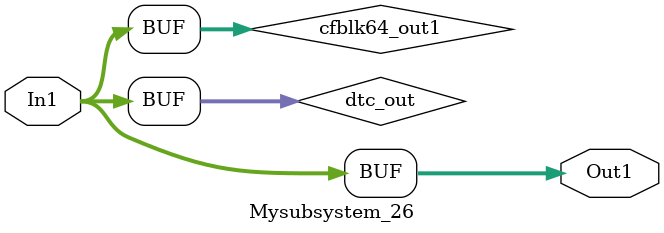
<source format=v>



`timescale 1 ns / 1 ns

module Mysubsystem_26
          (In1,
           Out1);


  input   [7:0] In1;  // uint8
  output  [7:0] Out1;  // uint8


  wire [7:0] dtc_out;  // ufix8
  wire [7:0] cfblk64_out1;  // uint8


  assign dtc_out = In1;



  assign cfblk64_out1 = dtc_out;



  assign Out1 = cfblk64_out1;

endmodule  // Mysubsystem_26


</source>
